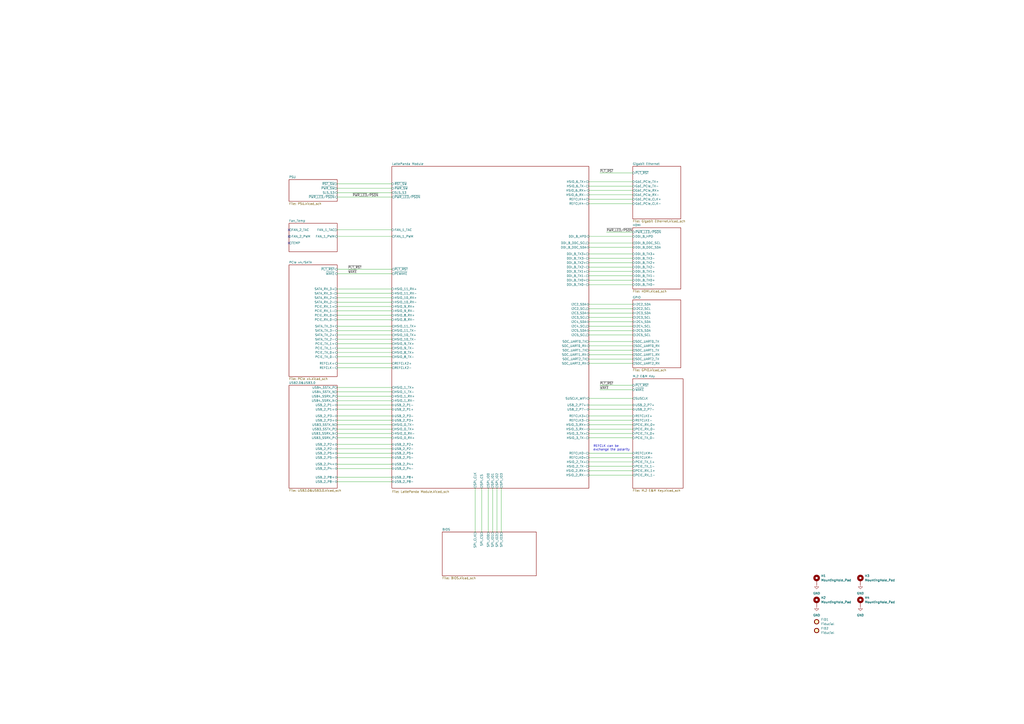
<source format=kicad_sch>
(kicad_sch (version 20250114) (generator "eeschema") (generator_version "9.0")
  (paper "A2")
  (title_block (title "Primer Carrier for LattePanda Mu") (date "2024-04-06") (rev "V1.0.0") (company "DFRobot") (comment 1 "20240406"))
  (lib_symbols
    (symbol "Mechanical:Fiducial"
      (property "Reference" "FID" (at 0 5.08 0))
      (property "Value" "Fiducial" (at 0 3.175 0))
      (symbol "Fiducial_0_1"
        (circle (center 0 0) (radius 1.27) (stroke (width 0.508)) (fill (type background)))
      )
    )
    (symbol "Mechanical:MountingHole_Pad" (pin_numbers (hide yes)) (pin_names (offset 1.016) (hide yes))
      (property "Reference" "H" (at 0 6.35 0))
      (property "Value" "MountingHole_Pad" (at 0 4.445 0))
      (symbol "MountingHole_Pad_0_1"
        (circle (center 0 1.27) (radius 1.27) (stroke (width 1.27)))
      )
      (symbol "MountingHole_Pad_1_1"
        (pin input line (at 0 -2.54 90) (length 2.54) (name "1") (number "1"))
      )
    )
    (symbol "power:GND" (power) (pin_numbers (hide yes)) (pin_names (offset 0) (hide yes))
      (property "Value" "GND" (at 0 -3.81 0))
      (symbol "GND_0_1"
        (polyline (pts (xy 0 0) (xy 0 -1.27) (xy 1.27 -1.27) (xy 0 -2.54) (xy -1.27 -1.27) (xy 0 -1.27)))
      )
      (symbol "GND_1_1"
        (pin power_in line (at 0 0 270) (length 0) (name "~") (number "1"))
      )
    )
  )
  (text "REFCLK can be \nexchange the polarity" (at 344.17 261.62 0) (effects (font (size 1.27 1.27)) (justify left bottom)))
  (no_connect (at 167.64 137.16))
  (no_connect (at 167.64 140.97))
  (no_connect (at 167.64 133.35))
  (wire (pts (xy 341.63 208.28) (xy 367.03 208.28)))
  (wire (pts (xy 195.58 185.42) (xy 227.33 185.42)))
  (wire (pts (xy 341.63 275.59) (xy 367.03 275.59)))
  (wire (pts (xy 290.83 283.21) (xy 290.83 308.61)))
  (wire (pts (xy 341.63 160.02) (xy 367.03 160.02)))
  (wire (pts (xy 341.63 267.97) (xy 367.03 267.97)))
  (wire (pts (xy 341.63 237.49) (xy 367.03 237.49)))
  (wire (pts (xy 341.63 262.89) (xy 367.03 262.89)))
  (wire (pts (xy 195.58 210.82) (xy 227.33 210.82)))
  (wire (pts (xy 195.58 204.47) (xy 227.33 204.47)))
  (wire (pts (xy 341.63 231.14) (xy 367.03 231.14)))
  (wire (pts (xy 195.58 111.76) (xy 227.33 111.76)))
  (wire (pts (xy 341.63 254) (xy 367.03 254)))
  (wire (pts (xy 341.63 137.16) (xy 367.03 137.16)))
  (wire (pts (xy 195.58 279.4) (xy 227.33 279.4)))
  (wire (pts (xy 195.58 260.35) (xy 227.33 260.35)))
  (wire (pts (xy 341.63 200.66) (xy 367.03 200.66)))
  (wire (pts (xy 341.63 118.11) (xy 367.03 118.11)))
  (wire (pts (xy 195.58 213.36) (xy 227.33 213.36)))
  (wire (pts (xy 195.58 156.21) (xy 227.33 156.21)))
  (wire (pts (xy 195.58 257.81) (xy 227.33 257.81)))
  (wire (pts (xy 341.63 205.74) (xy 367.03 205.74)))
  (wire (pts (xy 341.63 149.86) (xy 367.03 149.86)))
  (wire (pts (xy 351.79 134.62) (xy 367.03 134.62)))
  (wire (pts (xy 195.58 180.34) (xy 227.33 180.34)))
  (wire (pts (xy 195.58 106.68) (xy 227.33 106.68)))
  (wire (pts (xy 341.63 198.12) (xy 367.03 198.12)))
  (wire (pts (xy 195.58 246.38) (xy 227.33 246.38)))
  (wire (pts (xy 195.58 243.84) (xy 227.33 243.84)))
  (wire (pts (xy 195.58 175.26) (xy 227.33 175.26)))
  (wire (pts (xy 195.58 224.79) (xy 227.33 224.79)))
  (wire (pts (xy 195.58 170.18) (xy 227.33 170.18)))
  (wire (pts (xy 341.63 186.69) (xy 367.03 186.69)))
  (wire (pts (xy 341.63 115.57) (xy 367.03 115.57)))
  (wire (pts (xy 195.58 199.39) (xy 227.33 199.39)))
  (wire (pts (xy 283.21 283.21) (xy 283.21 308.61)))
  (wire (pts (xy 341.63 105.41) (xy 367.03 105.41)))
  (wire (pts (xy 341.63 147.32) (xy 367.03 147.32)))
  (wire (pts (xy 341.63 265.43) (xy 367.03 265.43)))
  (wire (pts (xy 195.58 251.46) (xy 227.33 251.46)))
  (wire (pts (xy 195.58 262.89) (xy 227.33 262.89)))
  (wire (pts (xy 341.63 107.95) (xy 367.03 107.95)))
  (wire (pts (xy 341.63 246.38) (xy 367.03 246.38)))
  (wire (pts (xy 195.58 133.35) (xy 227.33 133.35)))
  (wire (pts (xy 195.58 177.8) (xy 227.33 177.8)))
  (wire (pts (xy 347.98 100.33) (xy 367.03 100.33)))
  (wire (pts (xy 195.58 237.49) (xy 227.33 237.49)))
  (wire (pts (xy 341.63 210.82) (xy 367.03 210.82)))
  (wire (pts (xy 275.59 283.21) (xy 275.59 308.61)))
  (wire (pts (xy 195.58 114.3) (xy 227.33 114.3)))
  (wire (pts (xy 195.58 254) (xy 227.33 254)))
  (wire (pts (xy 195.58 232.41) (xy 227.33 232.41)))
  (wire (pts (xy 195.58 167.64) (xy 227.33 167.64)))
  (wire (pts (xy 279.4 283.21) (xy 279.4 308.61)))
  (wire (pts (xy 195.58 265.43) (xy 227.33 265.43)))
  (wire (pts (xy 285.75 283.21) (xy 285.75 308.61)))
  (wire (pts (xy 341.63 110.49) (xy 367.03 110.49)))
  (wire (pts (xy 341.63 140.97) (xy 367.03 140.97)))
  (wire (pts (xy 341.63 234.95) (xy 367.03 234.95)))
  (wire (pts (xy 341.63 251.46) (xy 367.03 251.46)))
  (wire (pts (xy 341.63 203.2) (xy 367.03 203.2)))
  (wire (pts (xy 195.58 201.93) (xy 227.33 201.93)))
  (wire (pts (xy 341.63 243.84) (xy 367.03 243.84)))
  (wire (pts (xy 341.63 165.1) (xy 367.03 165.1)))
  (wire (pts (xy 195.58 241.3) (xy 227.33 241.3)))
  (wire (pts (xy 195.58 172.72) (xy 227.33 172.72)))
  (wire (pts (xy 195.58 196.85) (xy 227.33 196.85)))
  (wire (pts (xy 347.98 226.06) (xy 367.03 226.06)))
  (wire (pts (xy 341.63 248.92) (xy 367.03 248.92)))
  (wire (pts (xy 341.63 179.07) (xy 367.03 179.07)))
  (wire (pts (xy 195.58 229.87) (xy 227.33 229.87)))
  (wire (pts (xy 341.63 143.51) (xy 367.03 143.51)))
  (wire (pts (xy 195.58 207.01) (xy 227.33 207.01)))
  (wire (pts (xy 341.63 152.4) (xy 367.03 152.4)))
  (wire (pts (xy 341.63 162.56) (xy 367.03 162.56)))
  (wire (pts (xy 341.63 241.3) (xy 367.03 241.3)))
  (wire (pts (xy 341.63 270.51) (xy 367.03 270.51)))
  (wire (pts (xy 341.63 157.48) (xy 367.03 157.48)))
  (wire (pts (xy 341.63 273.05) (xy 367.03 273.05)))
  (wire (pts (xy 195.58 109.22) (xy 227.33 109.22)))
  (wire (pts (xy 195.58 137.16) (xy 227.33 137.16)))
  (wire (pts (xy 347.98 223.52) (xy 367.03 223.52)))
  (wire (pts (xy 195.58 189.23) (xy 227.33 189.23)))
  (wire (pts (xy 341.63 194.31) (xy 367.03 194.31)))
  (wire (pts (xy 195.58 191.77) (xy 227.33 191.77)))
  (wire (pts (xy 288.29 283.21) (xy 288.29 308.61)))
  (wire (pts (xy 195.58 182.88) (xy 227.33 182.88)))
  (wire (pts (xy 195.58 227.33) (xy 227.33 227.33)))
  (wire (pts (xy 195.58 194.31) (xy 227.33 194.31)))
  (wire (pts (xy 195.58 276.86) (xy 227.33 276.86)))
  (wire (pts (xy 341.63 181.61) (xy 367.03 181.61)))
  (wire (pts (xy 341.63 189.23) (xy 367.03 189.23)))
  (wire (pts (xy 195.58 248.92) (xy 227.33 248.92)))
  (wire (pts (xy 195.58 271.78) (xy 227.33 271.78)))
  (wire (pts (xy 341.63 154.94) (xy 367.03 154.94)))
  (wire (pts (xy 341.63 191.77) (xy 367.03 191.77)))
  (wire (pts (xy 195.58 269.24) (xy 227.33 269.24)))
  (wire (pts (xy 341.63 113.03) (xy 367.03 113.03)))
  (wire (pts (xy 195.58 234.95) (xy 227.33 234.95)))
  (wire (pts (xy 195.58 158.75) (xy 227.33 158.75)))
  (wire (pts (xy 341.63 184.15) (xy 367.03 184.15)))
  (wire (pts (xy 341.63 176.53) (xy 367.03 176.53)))
  (label "~{PLT_RST}" (at 201.93 156.21 0))
  (label "~{PLT_RST}" (at 347.98 223.52 0))
  (label "~{PWR_LED}{slash}~{PSON}" (at 204.47 114.3 0))
  (label "~{WAKE}" (at 347.98 226.06 0))
  (label "~{PWR_LED}{slash}~{PSON}" (at 351.79 134.62 0))
  (label "~{WAKE}" (at 201.93 158.75 0))
  (label "~{PLT_RST}" (at 347.98 100.33 0))
  (symbol (lib_id "Mechanical:MountingHole_Pad") (at 473.71 336.55 0) (unit 1) (in_bom no)
    (property "Reference" "H1" (at 476.25 334.01 0) (effects (justify left)))
    (property "Value" "MountingHole_Pad" (at 476.25 336.55 0) (effects (justify left)))
    (property "Footprint" "A_HDJ_Library:MountingHole_3.2mm_M3_Pad_Via" (effects (hide yes)))
  )
  (symbol (lib_id "power:GND") (at 473.71 339.09 0) (unit 1)
    (property "Reference" "#PWR01" (effects (hide yes)))
    (property "Value" "GND" (at 473.71 344.17 0))
  )
  (symbol (lib_id "Mechanical:MountingHole_Pad") (at 499.11 349.25 0) (unit 1) (in_bom no)
    (property "Reference" "H4" (at 501.65 346.71 0) (effects (justify left)))
    (property "Value" "MountingHole_Pad" (at 501.65 349.25 0) (effects (justify left)))
    (property "Footprint" "A_HDJ_Library:MountingHole_3.2mm_M3_Pad_Via" (effects (hide yes)))
  )
  (symbol (lib_id "power:GND") (at 473.71 351.79 0) (unit 1)
    (property "Reference" "#PWR02" (effects (hide yes)))
    (property "Value" "GND" (at 473.71 356.87 0))
  )
  (symbol (lib_id "Mechanical:Fiducial") (at 473.71 360.68 0) (unit 1) (in_bom no)
    (property "Reference" "FID1" (at 476.25 359.41 0) (effects (justify left)))
    (property "Value" "Fiducial" (at 476.25 361.95 0) (effects (justify left)))
    (property "Footprint" "A_HDJ_Library:Fiducial_0.5mm_Mask1mm" (effects (hide yes)))
  )
  (symbol (lib_id "Mechanical:Fiducial") (at 473.71 365.76 0) (unit 1) (in_bom no)
    (property "Reference" "FID2" (at 476.25 364.49 0) (effects (justify left)))
    (property "Value" "Fiducial" (at 476.25 367.03 0) (effects (justify left)))
    (property "Footprint" "A_HDJ_Library:Fiducial_0.5mm_Mask1mm" (effects (hide yes)))
  )
  (symbol (lib_id "Mechanical:MountingHole_Pad") (at 473.71 349.25 0) (unit 1) (in_bom no)
    (property "Reference" "H2" (at 476.25 346.71 0) (effects (justify left)))
    (property "Value" "MountingHole_Pad" (at 476.25 349.25 0) (effects (justify left)))
    (property "Footprint" "A_HDJ_Library:MountingHole_3.2mm_M3_Pad_Via" (effects (hide yes)))
  )
  (symbol (lib_id "Mechanical:MountingHole_Pad") (at 499.11 336.55 0) (unit 1) (in_bom no)
    (property "Reference" "H3" (at 501.65 334.01 0) (effects (justify left)))
    (property "Value" "MountingHole_Pad" (at 501.65 336.55 0) (effects (justify left)))
    (property "Footprint" "A_HDJ_Library:MountingHole_3.2mm_M3_Pad_Via" (effects (hide yes)))
  )
  (symbol (lib_id "power:GND") (at 499.11 339.09 0) (unit 1)
    (property "Reference" "#PWR03" (effects (hide yes)))
    (property "Value" "GND" (at 499.11 344.17 0))
  )
  (symbol (lib_id "power:GND") (at 499.11 351.79 0) (unit 1)
    (property "Reference" "#PWR04" (effects (hide yes)))
    (property "Value" "GND" (at 499.11 356.87 0))
  )
  (sheet (at 167.64 153.67) (size 27.94 64.77) (stroke (width 0.1524))
    (property "Sheetname" "PCIe x4/SATA" (at 167.64 152.9584 0) (effects (justify left bottom)))
    (property "Sheetfile" "PCIe x4.kicad_sch" (at 167.64 219.0246 0) (effects (justify left top)))
    (pin "SATA_RX_3-" output (at 195.58 170.18 0))
    (pin "SATA_RX_2-" output (at 195.58 175.26 0))
    (pin "SATA_RX_3+" output (at 195.58 167.64 0))
    (pin "PCIE_RX_0-" output (at 195.58 185.42 0))
    (pin "PCIE_RX_1-" output (at 195.58 180.34 0))
    (pin "PCIE_RX_1+" output (at 195.58 177.8 0))
    (pin "PCIE_RX_0+" output (at 195.58 182.88 0))
    (pin "SATA_RX_2+" output (at 195.58 172.72 0))
    (pin "~{PLT_RST}" input (at 195.58 156.21 0))
    (pin "REFCLK-" input (at 195.58 213.36 0))
    (pin "REFCLK+" input (at 195.58 210.82 0))
    (pin "SATA_TX_3-" input (at 195.58 191.77 0))
    (pin "SATA_TX_3+" input (at 195.58 189.23 0))
    (pin "SATA_TX_2-" input (at 195.58 196.85 0))
    (pin "PCIE_TX_0+" input (at 195.58 204.47 0))
    (pin "SATA_TX_2+" input (at 195.58 194.31 0))
    (pin "PCIE_TX_1-" input (at 195.58 201.93 0))
    (pin "PCIE_TX_0-" input (at 195.58 207.01 0))
    (pin "PCIE_TX_1+" input (at 195.58 199.39 0))
    (pin "~{WAKE}" input (at 195.58 158.75 0))
  )
  (sheet (at 167.64 129.54) (size 27.94 16.51) (stroke (width 0.1524))
    (property "Sheetname" "Fan_Temp" (at 167.64 128.8284 0) (effects (justify left bottom)))
    (property "Sheetfile" "fan_temp.kicad_sch" (effects (hide yes)))
    (pin "FAN_1_TAC" output (at 195.58 133.35 0))
    (pin "FAN_1_PWM" input (at 195.58 137.16 0))
    (pin "FAN_2_PWM" input (at 167.64 137.16 180))
    (pin "FAN_2_TAC" output (at 167.64 133.35 180))
    (pin "TEMP" output (at 167.64 140.97 180))
  )
  (sheet (at 227.33 96.52) (size 114.3 186.69) (stroke (width 0.1524))
    (property "Sheetname" "LattePanda Module" (at 227.33 95.8084 0) (effects (justify left bottom)))
    (property "Sheetfile" "LattePanda Module.kicad_sch" (at 227.33 284.48 0) (effects (justify left top)))
    (pin "HSIO_11_TX+" output (at 227.33 189.23 180))
    (pin "HSIO_11_TX-" output (at 227.33 191.77 180))
    (pin "HSIO_11_RX+" input (at 227.33 167.64 180))
    (pin "HSIO_11_RX-" input (at 227.33 170.18 180))
    (pin "HSIO_6_TX-" output (at 341.63 107.95 0))
    (pin "HSIO_6_RX+" input (at 341.63 110.49 0))
    (pin "HSIO_6_RX-" input (at 341.63 113.03 0))
    (pin "HSIO_6_TX+" output (at 341.63 105.41 0))
    (pin "USB_2_P1-" bidirectional (at 227.33 234.95 180))
    (pin "USB_2_P1+" bidirectional (at 227.33 237.49 180))
    (pin "USB_2_P2+" bidirectional (at 227.33 257.81 180))
    (pin "USB_2_P3+" bidirectional (at 227.33 243.84 180))
    (pin "USB_2_P3-" bidirectional (at 227.33 241.3 180))
    (pin "USB_2_P2-" bidirectional (at 227.33 260.35 180))
    (pin "HSIO_8_TX+" output (at 227.33 204.47 180))
    (pin "HSIO_8_TX-" output (at 227.33 207.01 180))
    (pin "HSIO_1_TX-" output (at 227.33 227.33 180))
    (pin "HSIO_1_RX+" input (at 227.33 229.87 180))
    (pin "HSIO_1_RX-" input (at 227.33 232.41 180))
    (pin "HSIO_0_TX-" output (at 227.33 246.38 180))
    (pin "HSIO_0_TX+" output (at 227.33 248.92 180))
    (pin "HSIO_9_TX-" output (at 227.33 201.93 180))
    (pin "HSIO_9_TX+" output (at 227.33 199.39 180))
    (pin "HSIO_8_RX+" input (at 227.33 182.88 180))
    (pin "HSIO_8_RX-" input (at 227.33 185.42 180))
    (pin "HSIO_9_RX+" input (at 227.33 177.8 180))
    (pin "HSIO_10_RX-" input (at 227.33 175.26 180))
    (pin "HSIO_9_RX-" input (at 227.33 180.34 180))
    (pin "HSIO_10_RX+" input (at 227.33 172.72 180))
    (pin "HSIO_10_TX+" output (at 227.33 194.31 180))
    (pin "HSIO_10_TX-" output (at 227.33 196.85 180))
    (pin "HSIO_0_RX-" input (at 227.33 251.46 180))
    (pin "HSIO_1_TX+" output (at 227.33 224.79 180))
    (pin "HSIO_0_RX+" input (at 227.33 254 180))
    (pin "REFCLK2-" output (at 227.33 213.36 180))
    (pin "REFCLK2+" output (at 227.33 210.82 180))
    (pin "REFCLK4-" output (at 341.63 118.11 0))
    (pin "REFCLK4+" output (at 341.63 115.57 0))
    (pin "~{PLT_RST}" output (at 227.33 156.21 180))
    (pin "~{PEWAKE}" output (at 227.33 158.75 180))
    (pin "USB_2_P7+" bidirectional (at 341.63 234.95 0))
    (pin "DDI_B_TX1+" output (at 341.63 157.48 0))
    (pin "DDI_B_TX2+" output (at 341.63 152.4 0))
    (pin "DDI_B_TX2-" output (at 341.63 154.94 0))
    (pin "DDI_B_TX0-" output (at 341.63 165.1 0))
    (pin "DDI_B_TX0+" output (at 341.63 162.56 0))
    (pin "DDI_B_TX1-" output (at 341.63 160.02 0))
    (pin "DDI_B_TX3-" output (at 341.63 149.86 0))
    (pin "DDI_B_DDC_SDA" bidirectional (at 341.63 143.51 0))
    (pin "DDI_B_TX3+" output (at 341.63 147.32 0))
    (pin "DDI_B_HPD" input (at 341.63 137.16 0))
    (pin "DDI_B_DDC_SCL" output (at 341.63 140.97 0))
    (pin "USB_2_P5-" bidirectional (at 227.33 265.43 180))
    (pin "USB_2_P5+" bidirectional (at 227.33 262.89 180))
    (pin "~{PWR_LED}{slash}~{PSON}" output (at 227.33 114.3 180))
    (pin "~{PWR_SW}" input (at 227.33 109.22 180))
    (pin "~{RST_SW}" input (at 227.33 106.68 180))
    (pin "REFCLK0+" output (at 341.63 265.43 0))
    (pin "REFCLK0-" output (at 341.63 262.89 0))
    (pin "SLS_S3" output (at 227.33 111.76 180))
    (pin "HSIO_3_TX+" output (at 341.63 251.46 0))
    (pin "HSIO_2_TX+" output (at 341.63 267.97 0))
    (pin "HSIO_2_RX+" input (at 341.63 273.05 0))
    (pin "HSIO_2_RX-" input (at 341.63 275.59 0))
    (pin "HSIO_2_TX-" output (at 341.63 270.51 0))
    (pin "HSIO_3_TX-" output (at 341.63 254 0))
    (pin "HSIO_3_RX+" input (at 341.63 246.38 0))
    (pin "HSIO_3_RX-" input (at 341.63 248.92 0))
    (pin "SUSCLK_WIFI" input (at 341.63 231.14 0))
    (pin "SOC_UART0_RX" input (at 341.63 200.66 0))
    (pin "SOC_UART1_RX" input (at 341.63 205.74 0))
    (pin "SOC_UART1_TX" output (at 341.63 203.2 0))
    (pin "SOC_UART0_TX" output (at 341.63 198.12 0))
    (pin "SOC_UART2_RX" input (at 341.63 210.82 0))
    (pin "SOC_UART2_TX" output (at 341.63 208.28 0))
    (pin "I2C2_SCL" output (at 341.63 179.07 0))
    (pin "I2C3_SDA" bidirectional (at 341.63 181.61 0))
    (pin "I2C4_SCL" output (at 341.63 189.23 0))
    (pin "I2C2_SDA" bidirectional (at 341.63 176.53 0))
    (pin "I2C4_SDA" bidirectional (at 341.63 186.69 0))
    (pin "I2C3_SCL" output (at 341.63 184.15 0))
    (pin "I2C5_SDA" bidirectional (at 341.63 191.77 0))
    (pin "I2C5_SCL" output (at 341.63 194.31 0))
    (pin "REFCLK3+" output (at 341.63 241.3 0))
    (pin "REFCLK3-" output (at 341.63 243.84 0))
    (pin "USB_2_P7-" bidirectional (at 341.63 237.49 0))
    (pin "FAN_1_PWM" output (at 227.33 137.16 180))
    (pin "FAN_1_TAC" input (at 227.33 133.35 180))
    (pin "USB_2_P4+" bidirectional (at 227.33 269.24 180))
    (pin "USB_2_P4-" bidirectional (at 227.33 271.78 180))
    (pin "USB_2_P8+" bidirectional (at 227.33 276.86 180))
    (pin "USB_2_P8-" bidirectional (at 227.33 279.4 180))
    (pin "SPI_CLK" output (at 275.59 283.21 270))
    (pin "SPI_CS" output (at 279.4 283.21 270))
    (pin "SPI_IO0" output (at 283.21 283.21 270))
    (pin "SPI_IO1" output (at 285.75 283.21 270))
    (pin "SPI_IO2" output (at 288.29 283.21 270))
    (pin "SPI_IO3" output (at 290.83 283.21 270))
  )
  (sheet (at 256.54 308.61) (size 54.61 25.4) (stroke (width 0.1524))
    (property "Sheetname" "BIOS" (at 256.54 307.8984 0) (effects (justify left bottom)))
    (property "Sheetfile" "BIOS.kicad_sch" (at 256.54 334.5946 0) (effects (justify left top)))
    (pin "SPI_CLK" output (at 275.59 308.61 90))
    (pin "SPI_CS" output (at 279.4 308.61 90))
    (pin "SPI_IO0" output (at 283.21 308.61 90))
    (pin "SPI_IO1" output (at 285.75 308.61 90))
    (pin "SPI_IO2" output (at 288.29 308.61 90))
    (pin "SPI_IO3" output (at 290.83 308.61 90))
  )
  (sheet (at 367.03 132.08) (size 27.94 35.56) (stroke (width 0.1524))
    (property "Sheetname" "HDMI" (at 367.03 131.3684 0) (effects (justify left bottom)))
    (property "Sheetfile" "HDMI.kicad_sch" (at 367.03 168.2246 0) (effects (justify left top)))
    (pin "DDI_B_DDC_SCL" output (at 367.03 140.97 180))
    (pin "DDI_B_DDC_SDA" bidirectional (at 367.03 143.51 180))
    (pin "DDI_B_TX2+" input (at 367.03 152.4 180))
    (pin "DDI_B_TX2-" input (at 367.03 154.94 180))
    (pin "DDI_B_TX1+" input (at 367.03 157.48 180))
    (pin "DDI_B_TX1-" input (at 367.03 160.02 180))
    (pin "DDI_B_TX0-" input (at 367.03 165.1 180))
    (pin "DDI_B_TX3+" input (at 367.03 147.32 180))
    (pin "DDI_B_TX3-" input (at 367.03 149.86 180))
    (pin "DDI_B_TX0+" input (at 367.03 162.56 180))
    (pin "DDI_B_HPD" input (at 367.03 137.16 180))
    (pin "~{PWR_LED}{slash}~{PSON}" input (at 367.03 134.62 180))
  )
  (sheet (at 167.64 104.14) (size 27.94 12.7) (stroke (width 0.1524))
    (property "Sheetname" "PSU" (at 167.64 103.4284 0) (effects (justify left bottom)))
    (property "Sheetfile" "PSU.kicad_sch" (at 167.64 117.4246 0) (effects (justify left top)))
    (pin "~{PWR_LED}{slash}~{PSON}" input (at 195.58 114.3 0))
    (pin "SLS_S3" input (at 195.58 111.76 0))
    (pin "~{PWR_SW}" output (at 195.58 109.22 0))
    (pin "~{RST_SW}" output (at 195.58 106.68 0))
  )
  (sheet (at 367.03 219.71) (size 29.21 63.5) (stroke (width 0.1524))
    (property "Sheetname" "M.2 E&M Key" (at 367.03 218.9984 0) (effects (justify left bottom)))
    (property "Sheetfile" "M.2 E&M Key.kicad_sch" (at 367.03 283.7946 0) (effects (justify left top)))
    (pin "SUSCLK" output (at 367.03 231.14 180))
    (pin "REFCLKM+" input (at 367.03 262.89 180))
    (pin "REFCLKM-" input (at 367.03 265.43 180))
    (pin "~{PLT_RST}" input (at 367.03 223.52 180))
    (pin "~{WAKE}" input (at 367.03 226.06 180))
    (pin "PCIE_TX_1+" input (at 367.03 267.97 180))
    (pin "PCIE_RX_1+" output (at 367.03 273.05 180))
    (pin "PCIE_RX_1-" output (at 367.03 275.59 180))
    (pin "PCIE_TX_1-" input (at 367.03 270.51 180))
    (pin "REFCLKE-" input (at 367.03 243.84 180))
    (pin "REFCLKE+" input (at 367.03 241.3 180))
    (pin "USB_2_P7-" bidirectional (at 367.03 237.49 180))
    (pin "PCIE_TX_0-" input (at 367.03 254 180))
    (pin "USB_2_P7+" bidirectional (at 367.03 234.95 180))
    (pin "PCIE_RX_0+" output (at 367.03 246.38 180))
    (pin "PCIE_RX_0-" output (at 367.03 248.92 180))
    (pin "PCIE_TX_0+" input (at 367.03 251.46 180))
  )
  (sheet (at 367.03 96.52) (size 27.94 30.48) (stroke (width 0.1524))
    (property "Sheetname" "Gigabit Ethernet" (at 367.03 95.8084 0) (effects (justify left bottom)))
    (property "Sheetfile" "Gigabit Ethernet.kicad_sch" (at 367.03 127.5846 0) (effects (justify left top)))
    (pin "GbE_PCIe_CLK-" input (at 367.03 118.11 180))
    (pin "GbE_PCIe_RX+" output (at 367.03 110.49 180))
    (pin "GbE_PCIe_RX-" output (at 367.03 113.03 180))
    (pin "GbE_PCIe_TX-" input (at 367.03 107.95 180))
    (pin "GbE_PCIe_TX+" input (at 367.03 105.41 180))
    (pin "GbE_PCIe_CLK+" input (at 367.03 115.57 180))
    (pin "~{PLT_RST}" input (at 367.03 100.33 180))
  )
  (sheet (at 367.03 173.99) (size 27.94 39.37) (stroke (width 0.1524))
    (property "Sheetname" "GPIO" (at 367.03 173.2784 0) (effects (justify left bottom)))
    (property "Sheetfile" "GPIO.kicad_sch" (at 367.03 213.9446 0) (effects (justify left top)))
    (pin "I2C2_SCL" output (at 367.03 179.07 180))
    (pin "I2C4_SCL" output (at 367.03 189.23 180))
    (pin "I2C5_SCL" output (at 367.03 194.31 180))
    (pin "I2C3_SCL" output (at 367.03 184.15 180))
    (pin "SOC_UART0_TX" output (at 367.03 198.12 180))
    (pin "SOC_UART1_TX" output (at 367.03 203.2 180))
    (pin "SOC_UART2_TX" output (at 367.03 208.28 180))
    (pin "I2C3_SDA" bidirectional (at 367.03 181.61 180))
    (pin "I2C4_SDA" bidirectional (at 367.03 186.69 180))
    (pin "I2C5_SDA" bidirectional (at 367.03 191.77 180))
    (pin "I2C2_SDA" bidirectional (at 367.03 176.53 180))
    (pin "SOC_UART0_RX" output (at 367.03 200.66 180))
    (pin "SOC_UART2_RX" output (at 367.03 210.82 180))
    (pin "SOC_UART1_RX" output (at 367.03 205.74 180))
  )
  (sheet (at 167.64 223.52) (size 27.94 59.69) (stroke (width 0.1524))
    (property "Sheetname" "USB2.0&USB3.0" (at 167.64 222.8084 0) (effects (justify left bottom)))
    (property "Sheetfile" "USB2.0&USB3.0.kicad_sch" (at 167.64 283.7946 0) (effects (justify left top)))
    (pin "USB3_SSRX_P" input (at 195.58 254 0))
    (pin "USB3_SSRX_N" input (at 195.58 251.46 0))
    (pin "USB3_SSTX_N" output (at 195.58 246.38 0))
    (pin "USB_2_P5+" bidirectional (at 195.58 262.89 0))
    (pin "USB_2_P5-" bidirectional (at 195.58 265.43 0))
    (pin "USB3_SSTX_P" output (at 195.58 248.92 0))
    (pin "USB_2_P1+" bidirectional (at 195.58 237.49 0))
    (pin "USB_2_P3-" bidirectional (at 195.58 241.3 0))
    (pin "USB_2_P3+" bidirectional (at 195.58 243.84 0))
    (pin "USB_2_P1-" bidirectional (at 195.58 234.95 0))
    (pin "USB_2_P2+" bidirectional (at 195.58 257.81 0))
    (pin "USB4_SSRX_N" input (at 195.58 232.41 0))
    (pin "USB4_SSRX_P" input (at 195.58 229.87 0))
    (pin "USB4_SSTX_N" output (at 195.58 227.33 0))
    (pin "USB4_SSTX_P" output (at 195.58 224.79 0))
    (pin "USB_2_P2-" bidirectional (at 195.58 260.35 0))
    (pin "USB_2_P4+" bidirectional (at 195.58 269.24 0))
    (pin "USB_2_P4-" bidirectional (at 195.58 271.78 0))
    (pin "USB_2_P8+" bidirectional (at 195.58 276.86 0))
    (pin "USB_2_P8-" bidirectional (at 195.58 279.4 0))
  )
)
</source>
